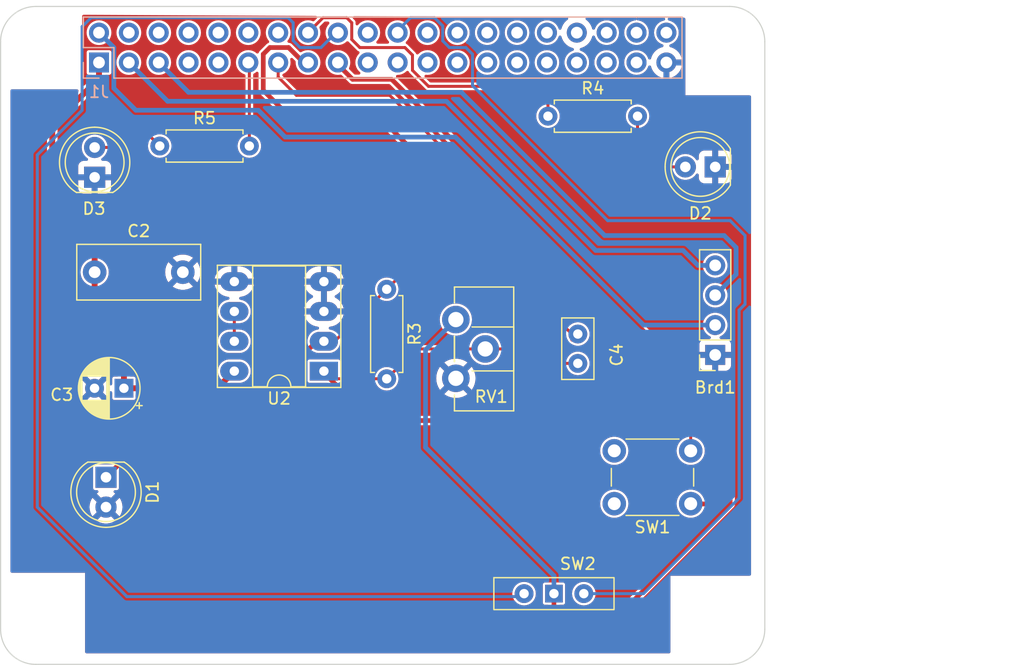
<source format=kicad_pcb>
(kicad_pcb (version 20240108) (generator "pcbnew") (generator_version "8.0")
  (title_block (date "15 nov 2012"))
  (layers (0 "F.Cu" signal) (31 "B.Cu" signal) (34 "B.Paste" user) (35 "F.Paste" user) (36 "B.SilkS" user "B.Silkscreen") (37 "F.SilkS" user "F.Silkscreen") (38 "B.Mask" user) (39 "F.Mask" user) (44 "Edge.Cuts" user))
  (net 0 "")
  (net 1 "GND")
  (net 2 "/GPIO2{slash}SDA1")
  (net 3 "/GPIO3{slash}SCL1")
  (net 4 "/GPIO4{slash}GPCLK0")
  (net 5 "/GPIO14{slash}TXD0")
  (net 6 "/GPIO15{slash}RXD0")
  (net 7 "/GPIO17")
  (net 8 "/GPIO18{slash}PCM.CLK")
  (net 9 "/GPIO22")
  (net 10 "/GPIO23")
  (net 11 "/GPIO24")
  (net 12 "/GPIO10{slash}SPI0.MOSI")
  (net 13 "/GPIO9{slash}SPI0.MISO")
  (net 14 "/GPIO25")
  (net 15 "/GPIO11{slash}SPI0.SCLK")
  (net 16 "/GPIO8{slash}SPI0.CE0")
  (net 17 "/GPIO7{slash}SPI0.CE1")
  (net 18 "/ID_SDA")
  (net 19 "/ID_SCL")
  (net 20 "/GPIO5")
  (net 21 "/GPIO6")
  (net 22 "/GPIO12{slash}PWM0")
  (net 23 "/GPIO13{slash}PWM1")
  (net 24 "/GPIO19{slash}PCM.FS")
  (net 25 "/GPIO16")
  (net 26 "/GPIO26")
  (net 27 "/GPIO20{slash}PCM.DIN")
  (net 28 "/GPIO21{slash}PCM.DOUT")
  (net 29 "+5V")
  (net 30 "Net-(D1-K)")
  (net 31 "Net-(D2-A)")
  (net 32 "Net-(U2B--)")
  (net 33 "Net-(D3-A)")
  (net 34 "+3.3V")
  (net 42 "/GPIO27")
  (net 44 "+3V3")
  (footprint "MountingHole:MountingHole_2.7mm_M2.5" (layer "F.Cu") (at 161.5 47.5)
    (property "Reference" "MH2" (hide yes))
    (property "Value" "MountingHole_2.7mm_M2.5" (hide yes))
    (pad "" np_thru_hole circle (at 0 0) (size 2.7 2.7) (drill 2.7) (layers "*.Cu" "*.Mask"))
  )
  (footprint "LED_THT:LED_D5.0mm_IRGrey" (layer "F.Cu") (at 108.966 84.074 -90)
    (property "Reference" "D1" (at 1.27 -3.96 90) (layer "F.SilkS"))
    (property "Value" "~" (hide yes))
    (fp_line (start -1.29 -1.545) (end -1.29 1.545) (stroke (width 0.12)) (layer "F.SilkS"))
    (fp_arc (start 4.26 0.000048) (mid 2.071756 2.880501) (end -1.29 1.54483) (stroke (width 0.12)) (layer "F.SilkS"))
    (fp_arc (start -1.29 -1.54483) (mid 2.071756 -2.880501) (end 4.26 -0.000048) (stroke (width 0.12)) (layer "F.SilkS"))
    (fp_circle (center 1.27 0) (end 3.77 0) (stroke (width 0.12)) (fill none) (layer "F.SilkS"))
    (pad "1" thru_hole rect (at 0 0 270) (size 1.8 1.8) (drill 0.9) (layers "*.Cu" "*.Mask") (net 30 "Net-(D1-K)"))
    (pad "2" thru_hole circle (at 2.54 0 270) (size 1.8 1.8) (drill 0.9) (layers "*.Cu" "*.Mask") (net 1 "GND"))
  )
  (footprint "Resistor_THT:R_Axial_DIN0207_L6.3mm_D2.5mm_P7.62mm_Horizontal" (layer "F.Cu") (at 113.538 55.88)
    (property "Reference" "R5" (at 3.81 -2.37 0) (layer "F.SilkS"))
    (property "Value" "100")
    (fp_line (start 0.54 -1.37) (end 7.08 -1.37) (stroke (width 0.12)) (layer "F.SilkS"))
    (fp_line (start 0.54 -1.04) (end 0.54 -1.37) (stroke (width 0.12)) (layer "F.SilkS"))
    (fp_line (start 0.54 1.04) (end 0.54 1.37) (stroke (width 0.12)) (layer "F.SilkS"))
    (fp_line (start 0.54 1.37) (end 7.08 1.37) (stroke (width 0.12)) (layer "F.SilkS"))
    (fp_line (start 7.08 -1.37) (end 7.08 -1.04) (stroke (width 0.12)) (layer "F.SilkS"))
    (fp_line (start 7.08 1.37) (end 7.08 1.04) (stroke (width 0.12)) (layer "F.SilkS"))
    (pad "1" thru_hole circle (at 0 0) (size 1.6 1.6) (drill 0.8) (layers "*.Cu" "*.Mask") (net 33 "Net-(D3-A)"))
    (pad "2" thru_hole oval (at 7.62 0) (size 1.6 1.6) (drill 0.8) (layers "*.Cu" "*.Mask") (net 7 "/GPIO17"))
  )
  (footprint "LED_THT:LED_D5.0mm" (layer "F.Cu") (at 160.782 57.658 180)
    (property "Reference" "D2" (at 1.27 -3.96 0) (layer "F.SilkS"))
    (property "Value" "LED")
    (fp_line (start -1.29 -1.545) (end -1.29 1.545) (stroke (width 0.12)) (layer "F.SilkS"))
    (fp_arc (start 4.26 0.000048) (mid 2.071756 2.880501) (end -1.29 1.54483) (stroke (width 0.12)) (layer "F.SilkS"))
    (fp_arc (start -1.29 -1.54483) (mid 2.071756 -2.880501) (end 4.26 -0.000048) (stroke (width 0.12)) (layer "F.SilkS"))
    (fp_circle (center 1.27 0) (end 3.77 0) (stroke (width 0.12)) (fill none) (layer "F.SilkS"))
    (pad "1" thru_hole rect (at 0 0 180) (size 1.8 1.8) (drill 0.9) (layers "*.Cu" "*.Mask") (net 1 "GND"))
    (pad "2" thru_hole circle (at 2.54 0 180) (size 1.8 1.8) (drill 0.9) (layers "*.Cu" "*.Mask") (net 31 "Net-(D2-A)"))
  )
  (footprint "Capacitor_THT:C_Disc_D5.0mm_W2.5mm_P2.50mm" (layer "F.Cu") (at 149.098 71.882 -90)
    (property "Reference" "C4" (at 1.778 -3.302 90) (layer "F.SilkS"))
    (property "Value" "22pF")
    (fp_line (start -1.37 1.37) (end 3.87 1.37) (stroke (width 0.12)) (layer "F.SilkS"))
    (fp_line (start -1.37 -1.37) (end -1.37 1.37) (stroke (width 0.12)) (layer "F.SilkS"))
    (fp_line (start -1.37 -1.37) (end 3.87 -1.37) (stroke (width 0.12)) (layer "F.SilkS"))
    (fp_line (start 3.87 -1.37) (end 3.87 1.37) (stroke (width 0.12)) (layer "F.SilkS"))
    (pad "1" thru_hole circle (at 0 0 270) (size 1.6 1.6) (drill 0.8) (layers "*.Cu" "*.Mask") (net 30 "Net-(D1-K)"))
    (pad "2" thru_hole circle (at 2.5 0 270) (size 1.6 1.6) (drill 0.8) (layers "*.Cu" "*.Mask") (net 9 "/GPIO22"))
  )
  (footprint "MountingHole:MountingHole_2.7mm_M2.5" (layer "F.Cu") (at 103.5 96.5)
    (property "Reference" "MH3" (hide yes))
    (property "Value" "MountingHole_2.7mm_M2.5" (hide yes))
    (pad "" np_thru_hole circle (at 0 0) (size 2.7 2.7) (drill 2.7) (layers "*.Cu" "*.Mask"))
  )
  (footprint "LED_THT:LED_D5.0mm" (layer "F.Cu") (at 108 58.54 90)
    (property "Reference" "D3" (at -2.674 -0.05 180) (layer "F.SilkS"))
    (property "Value" "LED")
    (fp_line (start -1.29 -1.545) (end -1.29 1.545) (stroke (width 0.12)) (layer "F.SilkS"))
    (fp_arc (start -1.29 -1.54483) (mid 2.071756 -2.880501) (end 4.26 -0.000048) (stroke (width 0.12)) (layer "F.SilkS"))
    (fp_arc (start 4.26 0.000048) (mid 2.071756 2.880501) (end -1.29 1.54483) (stroke (width 0.12)) (layer "F.SilkS"))
    (fp_circle (center 1.27 0) (end 3.77 0) (stroke (width 0.12)) (fill none) (layer "F.SilkS"))
    (pad "1" thru_hole rect (at 0 0 90) (size 1.8 1.8) (drill 0.9) (layers "*.Cu" "*.Mask") (net 1 "GND"))
    (pad "2" thru_hole circle (at 2.54 0 90) (size 1.8 1.8) (drill 0.9) (layers "*.Cu" "*.Mask") (net 33 "Net-(D3-A)"))
  )
  (footprint "MountingHole:MountingHole_2.7mm_M2.5" (layer "F.Cu") (at 103.5 47.5)
    (property "Reference" "MH1" (hide yes))
    (property "Value" "MountingHole_2.7mm_M2.5" (hide yes))
    (pad "" np_thru_hole circle (at 0 0) (size 2.7 2.7) (drill 2.7) (layers "*.Cu" "*.Mask"))
  )
  (footprint "Capacitor_THT:C_Rect_L10.3mm_W4.5mm_P7.50mm_MKS4" (layer "F.Cu") (at 108 66.618)
    (property "Reference" "C2" (at 3.75 -3.5 0) (layer "F.SilkS"))
    (property "Value" "10uF")
    (fp_line (start -1.52 -2.37) (end -1.52 2.37) (stroke (width 0.12)) (layer "F.SilkS"))
    (fp_line (start -1.52 -2.37) (end 9.02 -2.37) (stroke (width 0.12)) (layer "F.SilkS"))
    (fp_line (start -1.52 2.37) (end 9.02 2.37) (stroke (width 0.12)) (layer "F.SilkS"))
    (fp_line (start 9.02 -2.37) (end 9.02 2.37) (stroke (width 0.12)) (layer "F.SilkS"))
    (pad "1" thru_hole circle (at 0 0) (size 2 2) (drill 1) (layers "*.Cu" "*.Mask") (net 34 "+3.3V"))
    (pad "2" thru_hole circle (at 7.5 0) (size 2 2) (drill 1) (layers "*.Cu" "*.Mask") (net 1 "GND"))
  )
  (footprint "Capacitor_THT:CP_Radial_D5.0mm_P2.50mm" (layer "F.Cu") (at 110.49 76.5 180)
    (property "Reference" "C3" (at 5.284 -0.554 0) (layer "F.SilkS"))
    (property "Value" "100nF")
    (fp_line (start 3.851 -0.284) (end 3.851 0.284) (stroke (width 0.12)) (layer "F.SilkS"))
    (fp_line (start 3.811 -0.518) (end 3.811 0.518) (stroke (width 0.12)) (layer "F.SilkS"))
    (fp_line (start 3.771 -0.677) (end 3.771 0.677) (stroke (width 0.12)) (layer "F.SilkS"))
    (fp_line (start 3.731 -0.805) (end 3.731 0.805) (stroke (width 0.12)) (layer "F.SilkS"))
    (fp_line (start 3.691 -0.915) (end 3.691 0.915) (stroke (width 0.12)) (layer "F.SilkS"))
    (fp_line (start 3.651 -1.011) (end 3.651 1.011) (stroke (width 0.12)) (layer "F.SilkS"))
    (fp_line (start 3.611 -1.098) (end 3.611 1.098) (stroke (width 0.12)) (layer "F.SilkS"))
    (fp_line (start 3.571 -1.178) (end 3.571 1.178) (stroke (width 0.12)) (layer "F.SilkS"))
    (fp_line (start 3.531 1.04) (end 3.531 1.251) (stroke (width 0.12)) (layer "F.SilkS"))
    (fp_line (start 3.531 -1.251) (end 3.531 -1.04) (stroke (width 0.12)) (layer "F.SilkS"))
    (fp_line (start 3.491 1.04) (end 3.491 1.319) (stroke (width 0.12)) (layer "F.SilkS"))
    (fp_line (start 3.491 -1.319) (end 3.491 -1.04) (stroke (width 0.12)) (layer "F.SilkS"))
    (fp_line (start 3.451 1.04) (end 3.451 1.383) (stroke (width 0.12)) (layer "F.SilkS"))
    (fp_line (start 3.451 -1.383) (end 3.451 -1.04) (stroke (width 0.12)) (layer "F.SilkS"))
    (fp_line (start 3.411 1.04) (end 3.411 1.443) (stroke (width 0.12)) (layer "F.SilkS"))
    (fp_line (start 3.411 -1.443) (end 3.411 -1.04) (stroke (width 0.12)) (layer "F.SilkS"))
    (fp_line (start 3.371 1.04) (end 3.371 1.5) (stroke (width 0.12)) (layer "F.SilkS"))
    (fp_line (start 3.371 -1.5) (end 3.371 -1.04) (stroke (width 0.12)) (layer "F.SilkS"))
    (fp_line (start 3.331 1.04) (end 3.331 1.554) (stroke (width 0.12)) (layer "F.SilkS"))
    (fp_line (start 3.331 -1.554) (end 3.331 -1.04) (stroke (width 0.12)) (layer "F.SilkS"))
    (fp_line (start 3.291 1.04) (end 3.291 1.605) (stroke (width 0.12)) (layer "F.SilkS"))
    (fp_line (start 3.291 -1.605) (end 3.291 -1.04) (stroke (width 0.12)) (layer "F.SilkS"))
    (fp_line (start 3.251 1.04) (end 3.251 1.653) (stroke (width 0.12)) (layer "F.SilkS"))
    (fp_line (start 3.251 -1.653) (end 3.251 -1.04) (stroke (width 0.12)) (layer "F.SilkS"))
    (fp_line (start 3.211 1.04) (end 3.211 1.699) (stroke (width 0.12)) (layer "F.SilkS"))
    (fp_line (start 3.211 -1.699) (end 3.211 -1.04) (stroke (width 0.12)) (layer "F.SilkS"))
    (fp_line (start 3.171 1.04) (end 3.171 1.743) (stroke (width 0.12)) (layer "F.SilkS"))
    (fp_line (start 3.171 -1.743) (end 3.171 -1.04) (stroke (width 0.12)) (layer "F.SilkS"))
    (fp_line (start 3.131 1.04) (end 3.131 1.785) (stroke (width 0.12)) (layer "F.SilkS"))
    (fp_line (start 3.131 -1.785) (end 3.131 -1.04) (stroke (width 0.12)) (layer "F.SilkS"))
    (fp_line (start 3.091 1.04) (end 3.091 1.826) (stroke (width 0.12)) (layer "F.SilkS"))
    (fp_line (start 3.091 -1.826) (end 3.091 -1.04) (stroke (width 0.12)) (layer "F.SilkS"))
    (fp_line (start 3.051 1.04) (end 3.051 1.864) (stroke (width 0.12)) (layer "F.SilkS"))
    (fp_line (start 3.051 -1.864) (end 3.051 -1.04) (stroke (width 0.12)) (layer "F.SilkS"))
    (fp_line (start 3.011 1.04) (end 3.011 1.901) (stroke (width 0.12)) (layer "F.SilkS"))
    (fp_line (start 3.011 -1.901) (end 3.011 -1.04) (stroke (width 0.12)) (layer "F.SilkS"))
    (fp_line (start 2.971 1.04) (end 2.971 1.937) (stroke (width 0.12)) (layer "F.SilkS"))
    (fp_line (start 2.971 -1.937) (end 2.971 -1.04) (stroke (width 0.12)) (layer "F.SilkS"))
    (fp_line (start 2.931 1.04) (end 2.931 1.971) (stroke (width 0.12)) (layer "F.SilkS"))
    (fp_line (start 2.931 -1.971) (end 2.931 -1.04) (stroke (width 0.12)) (layer "F.SilkS"))
    (fp_line (start 2.891 1.04) (end 2.891 2.004) (stroke (width 0.12)) (layer "F.SilkS"))
    (fp_line (start 2.891 -2.004) (end 2.891 -1.04) (stroke (width 0.12)) (layer "F.SilkS"))
    (fp_line (start 2.851 1.04) (end 2.851 2.035) (stroke (width 0.12)) (layer "F.SilkS"))
    (fp_line (start 2.851 -2.035) (end 2.851 -1.04) (stroke (width 0.12)) (layer "F.SilkS"))
    (fp_line (start 2.811 1.04) (end 2.811 2.065) (stroke (width 0.12)) (layer "F.SilkS"))
    (fp_line (start 2.811 -2.065) (end 2.811 -1.04) (stroke (width 0.12)) (layer "F.SilkS"))
    (fp_line (start 2.771 1.04) (end 2.771 2.095) (stroke (width 0.12)) (layer "F.SilkS"))
    (fp_line (start 2.771 -2.095) (end 2.771 -1.04) (stroke (width 0.12)) (layer "F.SilkS"))
    (fp_line (start 2.731 1.04) (end 2.731 2.122) (stroke (width 0.12)) (layer "F.SilkS"))
    (fp_line (start 2.731 -2.122) (end 2.731 -1.04) (stroke (width 0.12)) (layer "F.SilkS"))
    (fp_line (start 2.691 1.04) (end 2.691 2.149) (stroke (width 0.12)) (layer "F.SilkS"))
    (fp_line (start 2.691 -2.149) (end 2.691 -1.04) (stroke (width 0.12)) (layer "F.SilkS"))
    (fp_line (start 2.651 1.04) (end 2.651 2.175) (stroke (width 0.12)) (layer "F.SilkS"))
    (fp_line (start 2.651 -2.175) (end 2.651 -1.04) (stroke (width 0.12)) (layer "F.SilkS"))
    (fp_line (start 2.611 1.04) (end 2.611 2.2) (stroke (width 0.12)) (layer "F.SilkS"))
    (fp_line (start 2.611 -2.2) (end 2.611 -1.04) (stroke (width 0.12)) (layer "F.SilkS"))
    (fp_line (start 2.571 1.04) (end 2.571 2.224) (stroke (width 0.12)) (layer "F.SilkS"))
    (fp_line (start 2.571 -2.224) (end 2.571 -1.04) (stroke (width 0.12)) (layer "F.SilkS"))
    (fp_line (start 2.531 1.04) (end 2.531 2.247) (stroke (width 0.12)) (layer "F.SilkS"))
    (fp_line (start 2.531 -2.247) (end 2.531 -1.04) (stroke (width 0.12)) (layer "F.SilkS"))
    (fp_line (start 2.491 1.04) (end 2.491 2.268) (stroke (width 0.12)) (layer "F.SilkS"))
    (fp_line (start 2.491 -2.268) (end 2.491 -1.04) (stroke (width 0.12)) (layer "F.SilkS"))
    (fp_line (start 2.451 1.04) (end 2.451 2.29) (stroke (width 0.12)) (layer "F.SilkS"))
    (fp_line (start 2.451 -2.29) (end 2.451 -1.04) (stroke (width 0.12)) (layer "F.SilkS"))
    (fp_line (start 2.411 1.04) (end 2.411 2.31) (stroke (width 0.12)) (layer "F.SilkS"))
    (fp_line (start 2.411 -2.31) (end 2.411 -1.04) (stroke (width 0.12)) (layer "F.SilkS"))
    (fp_line (start 2.371 1.04) (end 2.371 2.329) (stroke (width 0.12)) (layer "F.SilkS"))
    (fp_line (start 2.371 -2.329) (end 2.371 -1.04) (stroke (width 0.12)) (layer "F.SilkS"))
    (fp_line (start 2.331 1.04) (end 2.331 2.348) (stroke (width 0.12)) (layer "F.SilkS"))
    (fp_line (start 2.331 -2.348) (end 2.331 -1.04) (stroke (width 0.12)) (layer "F.SilkS"))
    (fp_line (start 2.291 1.04) (end 2.291 2.365) (stroke (width 0.12)) (layer "F.SilkS"))
    (fp_line (start 2.291 -2.365) (end 2.291 -1.04) (stroke (width 0.12)) (layer "F.SilkS"))
    (fp_line (start 2.251 1.04) (end 2.251 2.382) (stroke (width 0.12)) (layer "F.SilkS"))
    (fp_line (start 2.251 -2.382) (end 2.251 -1.04) (stroke (width 0.12)) (layer "F.SilkS"))
    (fp_line (start 2.211 1.04) (end 2.211 2.398) (stroke (width 0.12)) (layer "F.SilkS"))
    (fp_line (start 2.211 -2.398) (end 2.211 -1.04) (stroke (width 0.12)) (layer "F.SilkS"))
    (fp_line (start 2.171 1.04) (end 2.171 2.414) (stroke (width 0.12)) (layer "F.SilkS"))
    (fp_line (start 2.171 -2.414) (end 2.171 -1.04) (stroke (width 0.12)) (layer "F.SilkS"))
    (fp_line (start 2.131 1.04) (end 2.131 2.428) (stroke (width 0.12)) (layer "F.SilkS"))
    (fp_line (start 2.131 -2.428) (end 2.131 -1.04) (stroke (width 0.12)) (layer "F.SilkS"))
    (fp_line (start 2.091 1.04) (end 2.091 2.442) (stroke (width 0.12)) (layer "F.SilkS"))
    (fp_line (start 2.091 -2.442) (end 2.091 -1.04) (stroke (width 0.12)) (layer "F.SilkS"))
    (fp_line (start 2.051 1.04) (end 2.051 2.455) (stroke (width 0.12)) (layer "F.SilkS"))
    (fp_line (start 2.051 -2.455) (end 2.051 -1.04) (stroke (width 0.12)) (layer "F.SilkS"))
    (fp_line (start 2.011 1.04) (end 2.011 2.468) (stroke (width 0.12)) (layer "F.SilkS"))
    (fp_line (start 2.011 -2.468) (end 2.011 -1.04) (stroke (width 0.12)) (layer "F.SilkS"))
    (fp_line (start 1.971 1.04) (end 1.971 2.48) (stroke (width 0.12)) (layer "F.SilkS"))
    (fp_line (start 1.971 -2.48) (end 1.971 -1.04) (stroke (width 0.12)) (layer "F.SilkS"))
    (fp_line (start 1.93 1.04) (end 1.93 2.491) (stroke (width 0.12)) (layer "F.SilkS"))
    (fp_line (start 1.93 -2.491) (end 1.93 -1.04) (stroke (width 0.12)) (layer "F.SilkS"))
    (fp_line (start 1.89 1.04) (end 1.89 2.501) (stroke (width 0.12)) (layer "F.SilkS"))
    (fp_line (start 1.89 -2.501) (end 1.89 -1.04) (stroke (width 0.12)) (layer "F.SilkS"))
    (fp_line (start 1.85 1.04) (end 1.85 2.511) (stroke (width 0.12)) (layer "F.SilkS"))
    (fp_line (start 1.85 -2.511) (end 1.85 -1.04) (stroke (width 0.12)) (layer "F.SilkS"))
    (fp_line (start 1.81 1.04) (end 1.81 2.52) (stroke (width 0.12)) (layer "F.SilkS"))
    (fp_line (start 1.81 -2.52) (end 1.81 -1.04) (stroke (width 0.12)) (layer "F.SilkS"))
    (fp_line (start 1.77 1.04) (end 1.77 2.528) (stroke (width 0.12)) (layer "F.SilkS"))
    (fp_line (start 1.77 -2.528) (end 1.77 -1.04) (stroke (width 0.12)) (layer "F.SilkS"))
    (fp_line (start 1.73 1.04) (end 1.73 2.536) (stroke (width 0.12)) (layer "F.SilkS"))
    (fp_line (start 1.73 -2.536) (end 1.73 -1.04) (stroke (width 0.12)) (layer "F.SilkS"))
    (fp_line (start 1.69 1.04) (end 1.69 2.543) (stroke (width 0.12)) (layer "F.SilkS"))
    (fp_line (start 1.69 -2.543) (end 1.69 -1.04) (stroke (width 0.12)) (layer "F.SilkS"))
    (fp_line (start 1.65 1.04) (end 1.65 2.55) (stroke (width 0.12)) (layer "F.SilkS"))
    (fp_line (start 1.65 -2.55) (end 1.65 -1.04) (stroke (width 0.12)) (layer "F.SilkS"))
    (fp_line (start 1.61 1.04) (end 1.61 2.556) (stroke (width 0.12)) (layer "F.SilkS"))
    (fp_line (start 1.61 -2.556) (end 1.61 -1.04) (stroke (width 0.12)) (layer "F.SilkS"))
    (fp_line (start 1.57 1.04) (end 1.57 2.561) (stroke (width 0.12)) (layer "F.SilkS"))
    (fp_line (start 1.57 -2.561) (end 1.57 -1.04) (stroke (width 0.12)) (layer "F.SilkS"))
    (fp_line (start 1.53 1.04) (end 1.53 2.565) (stroke (width 0.12)) (layer "F.SilkS"))
    (fp_line (start 1.53 -2.565) (end 1.53 -1.04) (stroke (width 0.12)) (layer "F.SilkS"))
    (fp_line (start 1.49 1.04) (end 1.49 2.569) (stroke (width 0.12)) (layer "F.SilkS"))
    (fp_line (start 1.49 -2.569) (end 1.49 -1.04) (stroke (width 0.12)) (layer "F.SilkS"))
    (fp_line (start 1.45 -2.573) (end 1.45 2.573) (stroke (width 0.12)) (layer "F.SilkS"))
    (fp_line (start 1.41 -2.576) (end 1.41 2.576) (stroke (width 0.12)) (layer "F.SilkS"))
    (fp_line (start 1.37 -2.578) (end 1.37 2.578) (stroke (width 0.12)) (layer "F.SilkS"))
    (fp_line (start 1.33 -2.579) (end 1.33 2.579) (stroke (width 0.12)) (layer "F.SilkS"))
    (fp_line (start 1.29 -2.58) (end 1.29 2.58) (stroke (width 0.12)) (layer "F.SilkS"))
    (fp_line (start 1.25 -2.58) (end 1.25 2.58) (stroke (width 0.12)) (layer "F.SilkS"))
    (fp_line (start -1.304775 -1.725) (end -1.304775 -1.225) (stroke (width 0.12)) (layer "F.SilkS"))
    (fp_line (start -1.554775 -1.475) (end -1.054775 -1.475) (stroke (width 0.12)) (layer "F.SilkS"))
    (fp_circle (center 1.25 0) (end 3.87 0) (stroke (width 0.12)) (fill none) (layer "F.SilkS"))
    (pad "1" thru_hole rect (at 0 0 180) (size 1.6 1.6) (drill 0.8) (layers "*.Cu" "*.Mask") (net 34 "+3.3V"))
    (pad "2" thru_hole circle (at 2.5 0 180) (size 1.6 1.6) (drill 0.8) (layers "*.Cu" "*.Mask") (net 1 "GND"))
  )
  (footprint "Package_DIP:DIP-8_W7.62mm_Socket_LongPads" (layer "F.Cu") (at 127.5 75.04 180)
    (property "Reference" "U2" (at 3.81 -2.33 0) (layer "F.SilkS"))
    (property "Value" "~" (hide yes))
    (fp_line (start 9.06 9.01) (end 9.06 -1.39) (stroke (width 0.12)) (layer "F.SilkS"))
    (fp_line (start 9.06 -1.39) (end -1.44 -1.39) (stroke (width 0.12)) (layer "F.SilkS"))
    (fp_line (start 6.06 8.95) (end 6.06 -1.33) (stroke (width 0.12)) (layer "F.SilkS"))
    (fp_line (start 6.06 -1.33) (end 4.81 -1.33) (stroke (width 0.12)) (layer "F.SilkS"))
    (fp_line (start 2.81 -1.33) (end 1.56 -1.33) (stroke (width 0.12)) (layer "F.SilkS"))
    (fp_line (start 1.56 8.95) (end 6.06 8.95) (stroke (width 0.12)) (layer "F.SilkS"))
    (fp_line (start 1.56 -1.33) (end 1.56 8.95) (stroke (width 0.12)) (layer "F.SilkS"))
    (fp_line (start -1.44 9.01) (end 9.06 9.01) (stroke (width 0.12)) (layer "F.SilkS"))
    (fp_line (start -1.44 -1.39) (end -1.44 9.01) (stroke (width 0.12)) (layer "F.SilkS"))
    (fp_arc (start 4.81 -1.33) (mid 3.81 -0.33) (end 2.81 -1.33) (stroke (width 0.12)) (layer "F.SilkS"))
    (pad "1" thru_hole rect (at 0 0 180) (size 2.4 1.6) (drill 0.8) (layers "*.Cu" "*.Mask") (net 9 "/GPIO22"))
    (pad "2" thru_hole oval (at 0 2.54 180) (size 2.4 1.6) (drill 0.8) (layers "*.Cu" "*.Mask") (net 30 "Net-(D1-K)"))
    (pad "3" thru_hole oval (at 0 5.08 180) (size 2.4 1.6) (drill 0.8) (layers "*.Cu" "*.Mask") (net 1 "GND"))
    (pad "4" thru_hole oval (at 0 7.62 180) (size 2.4 1.6) (drill 0.8) (layers "*.Cu" "*.Mask") (net 1 "GND"))
    (pad "5" thru_hole oval (at 7.62 7.62 180) (size 2.4 1.6) (drill 0.8) (layers "*.Cu" "*.Mask") (net 1 "GND"))
    (pad "6" thru_hole oval (at 7.62 5.08 180) (size 2.4 1.6) (drill 0.8) (layers "*.Cu" "*.Mask") (net 32 "Net-(U2B--)"))
    (pad "7" thru_hole oval (at 7.62 2.54 180) (size 2.4 1.6) (drill 0.8) (layers "*.Cu" "*.Mask") (net 32 "Net-(U2B--)"))
    (pad "8" thru_hole oval (at 7.62 0 180) (size 2.4 1.6) (drill 0.8) (layers "*.Cu" "*.Mask") (net 34 "+3.3V"))
  )
  (footprint "MountingHole:MountingHole_2.7mm_M2.5" (layer "F.Cu") (at 161.5 96.5)
    (property "Reference" "MH4" (hide yes))
    (property "Value" "MountingHole_2.7mm_M2.5" (hide yes))
    (pad "" np_thru_hole circle (at 0 0) (size 2.7 2.7) (drill 2.7) (layers "*.Cu" "*.Mask"))
  )
  (footprint "Resistor_THT:R_Axial_DIN0207_L6.3mm_D2.5mm_P7.62mm_Horizontal" (layer "F.Cu") (at 132.842 68.072 -90)
    (property "Reference" "R3" (at 3.81 -2.37 -90) (layer "F.SilkS"))
    (property "Value" "500k")
    (fp_line (start 0.54 1.37) (end 7.08 1.37) (stroke (width 0.12)) (layer "F.SilkS"))
    (fp_line (start 7.08 1.37) (end 7.08 1.04) (stroke (width 0.12)) (layer "F.SilkS"))
    (fp_line (start 0.54 1.04) (end 0.54 1.37) (stroke (width 0.12)) (layer "F.SilkS"))
    (fp_line (start 0.54 -1.04) (end 0.54 -1.37) (stroke (width 0.12)) (layer "F.SilkS"))
    (fp_line (start 0.54 -1.37) (end 7.08 -1.37) (stroke (width 0.12)) (layer "F.SilkS"))
    (fp_line (start 7.08 -1.37) (end 7.08 -1.04) (stroke (width 0.12)) (layer "F.SilkS"))
    (pad "1" thru_hole circle (at 0 0 270) (size 1.6 1.6) (drill 0.8) (layers "*.Cu" "*.Mask") (net 30 "Net-(D1-K)"))
    (pad "2" thru_hole oval (at 7.62 0 270) (size 1.6 1.6) (drill 0.8) (layers "*.Cu" "*.Mask") (net 9 "/GPIO22"))
  )
  (footprint "Potentiometer_THT:Potentiometer_Piher_PT-10-H01_Horizontal" (layer "F.Cu") (at 138.724 70.652)
    (property "Reference" "RV1" (at 3.008 6.564 0) (layer "F.SilkS"))
    (property "Value" "1meg" (hide yes))
    (fp_line (start -0.121 -2.771) (end -0.121 -1.426) (stroke (width 0.12)) (layer "F.SilkS"))
    (fp_line (start -0.121 -2.771) (end 4.92 -2.771) (stroke (width 0.12)) (layer "F.SilkS"))
    (fp_line (start -0.121 1.426) (end -0.121 3.575) (stroke (width 0.12)) (layer "F.SilkS"))
    (fp_line (start -0.121 1.426) (end -0.121 3.575) (stroke (width 0.12)) (layer "F.SilkS"))
    (fp_line (start -0.121 6.425) (end -0.121 7.77) (stroke (width 0.12)) (layer "F.SilkS"))
    (fp_line (start -0.121 7.77) (end 4.92 7.77) (stroke (width 0.12)) (layer "F.SilkS"))
    (fp_line (start 1.381 0.63) (end 4.92 0.63) (stroke (width 0.12)) (layer "F.SilkS"))
    (fp_line (start 1.381 4.37) (end 4.92 4.37) (stroke (width 0.12)) (layer "F.SilkS"))
    (fp_line (start 4.92 -2.771) (end 4.92 7.77) (stroke (width 0.12)) (layer "F.SilkS"))
    (fp_line (start 4.92 0.63) (end 4.92 4.37) (stroke (width 0.12)) (layer "F.SilkS"))
    (pad "1" thru_hole circle (at 0 0) (size 2.34 2.34) (drill 1.3) (layers "*.Cu" "*.Mask") (net 34 "+3.3V"))
    (pad "2" thru_hole circle (at 2.5 2.5) (size 2.34 2.34) (drill 1.3) (layers "*.Cu" "*.Mask") (net 9 "/GPIO22"))
    (pad "3" thru_hole circle (at 0 5) (size 2.34 2.34) (drill 1.3) (layers "*.Cu" "*.Mask") (net 1 "GND"))
  )
  (footprint "Button_Switch_THT:SW_Slide-03_Wuerth-WS-SLTV_10x2.5x6.4_P2.54mm" (layer "F.Cu") (at 147.066 93.98)
    (property "Reference" "SW2" (at 2.032 -2.54 0) (layer "F.SilkS"))
    (property "Value" "SW_Push_SPDT")
    (fp_rect (start -5.11 -1.36) (end 5.11 1.36) (stroke (width 0.12)) (fill none) (layer "F.SilkS"))
    (pad "1" thru_hole circle (at -2.54 0) (size 1.6 1.6) (drill 0.8) (layers "*.Cu" "*.Mask") (net 11 "/GPIO24"))
    (pad "2" thru_hole rect (at 0 0) (size 1.5 1.5) (drill 0.8) (layers "*.Cu" "*.Mask") (net 34 "+3.3V"))
    (pad "3" thru_hole circle (at 2.54 0) (size 1.6 1.6) (drill 0.8) (layers "*.Cu" "*.Mask") (net 14 "/GPIO25"))
  )
  (footprint "Button_Switch_THT:SW_PUSH_6mm" (layer "F.Cu") (at 158.698 86.324 180)
    (property "Reference" "SW1" (at 3.25 -2 0) (layer "F.SilkS"))
    (property "Value" "SW_Push_Dual")
    (fp_line (start 6.75 3) (end 6.75 1.5) (stroke (width 0.12)) (layer "F.SilkS"))
    (fp_line (start 5.5 -1) (end 1 -1) (stroke (width 0.12)) (layer "F.SilkS"))
    (fp_line (start 1 5.5) (end 5.5 5.5) (stroke (width 0.12)) (layer "F.SilkS"))
    (fp_line (start -0.25 1.5) (end -0.25 3) (stroke (width 0.12)) (layer "F.SilkS"))
    (pad "1" thru_hole circle (at 0 0 270) (size 2 2) (drill 1.1) (layers "*.Cu" "*.Mask") (net 34 "+3.3V"))
    (pad "1" thru_hole circle (at 6.5 0 270) (size 2 2) (drill 1.1) (layers "*.Cu" "*.Mask") (net 34 "+3.3V"))
    (pad "2" thru_hole circle (at 0 4.5 270) (size 2 2) (drill 1.1) (layers "*.Cu" "*.Mask") (net 42 "/GPIO27"))
    (pad "2" thru_hole circle (at 6.5 4.5 270) (size 2 2) (drill 1.1) (layers "*.Cu" "*.Mask") (net 42 "/GPIO27"))
  )
  (footprint "Connector_PinSocket_2.54mm:PinSocket_1x04_P2.54mm_Vertical" (layer "F.Cu") (at 160.782 73.66 180)
    (property "Reference" "Brd1" (at 0 -2.77 180) (layer "F.SilkS"))
    (property "Value" "SSD1306")
    (fp_line (start 1.33 1.27) (end 1.33 8.95) (stroke (width 0.12)) (layer "F.SilkS"))
    (fp_line (start 1.33 -1.33) (end 1.33 0) (stroke (width 0.12)) (layer "F.SilkS"))
    (fp_line (start 0 -1.33) (end 1.33 -1.33) (stroke (width 0.12)) (layer "F.SilkS"))
    (fp_line (start -1.33 8.95) (end 1.33 8.95) (stroke (width 0.12)) (layer "F.SilkS"))
    (fp_line (start -1.33 1.27) (end 1.33 1.27) (stroke (width 0.12)) (layer "F.SilkS"))
    (fp_line (start -1.33 1.27) (end -1.33 8.95) (stroke (width 0.12)) (layer "F.SilkS"))
    (pad "1" thru_hole rect (at 0 0 180) (size 1.7 1.7) (drill 1) (layers "*.Cu" "*.Mask") (net 1 "GND"))
    (pad "2" thru_hole oval (at 0 2.54 180) (size 1.7 1.7) (drill 1) (layers "*.Cu" "*.Mask") (net 29 "+5V"))
    (pad "3" thru_hole oval (at 0 5.08 180) (size 1.7 1.7) (drill 1) (layers "*.Cu" "*.Mask") (net 3 "/GPIO3{slash}SCL1"))
    (pad "4" thru_hole oval (at 0 7.62 180) (size 1.7 1.7) (drill 1) (layers "*.Cu" "*.Mask") (net 2 "/GPIO2{slash}SDA1"))
  )
  (footprint "Resistor_THT:R_Axial_DIN0207_L6.3mm_D2.5mm_P7.62mm_Horizontal" (layer "F.Cu") (at 146.558 53.34)
    (property "Reference" "R4" (at 3.81 -2.37 0) (layer "F.SilkS"))
    (property "Value" "100")
    (fp_line (start 0.54 -1.37) (end 7.08 -1.37) (stroke (width 0.12)) (layer "F.SilkS"))
    (fp_line (start 0.54 -1.04) (end 0.54 -1.37) (stroke (width 0.12)) (layer "F.SilkS"))
    (fp_line (start 0.54 1.04) (end 0.54 1.37) (stroke (width 0.12)) (layer "F.SilkS"))
    (fp_line (start 0.54 1.37) (end 7.08 1.37) (stroke (width 0.12)) (layer "F.SilkS"))
    (fp_line (start 7.08 -1.37) (end 7.08 -1.04) (stroke (width 0.12)) (layer "F.SilkS"))
    (fp_line (start 7.08 1.37) (end 7.08 1.04) (stroke (width 0.12)) (layer "F.SilkS"))
    (pad "1" thru_hole circle (at 0 0) (size 1.6 1.6) (drill 0.8) (layers "*.Cu" "*.Mask") (net 10 "/GPIO23"))
    (pad "2" thru_hole oval (at 7.62 0) (size 1.6 1.6) (drill 0.8) (layers "*.Cu" "*.Mask") (net 31 "Net-(D2-A)"))
  )
  (footprint "Connector_PinSocket_2.54mm:PinSocket_2x20_P2.54mm_Vertical" (layer "B.Cu") (at 108.37 48.77 -90)
    (property "Reference" "J1" (at 2.5 0 0) (layer "B.SilkS") (effects (justify mirror)))
    (property "Value" "GPIO" (hide yes))
    (fp_line (start -1.27 1.33) (end -3.87 1.33) (stroke (width 0.12)) (layer "B.SilkS"))
    (fp_line (start 1.33 1.33) (end 0 1.33) (stroke (width 0.12)) (layer "B.SilkS"))
    (fp_line (start 1.33 0) (end 1.33 1.33) (stroke (width 0.12)) (layer "B.SilkS"))
    (fp_line (start -1.27 -1.27) (end -1.27 1.33) (stroke (width 0.12)) (layer "B.SilkS"))
    (fp_line (start 1.33 -1.27) (end -1.27 -1.27) (stroke (width 0.12)) (layer "B.SilkS"))
    (fp_line (start -3.87 -49.59) (end -3.87 1.33) (stroke (width 0.12)) (layer "B.SilkS"))
    (fp_line (start 1.33 -49.59) (end 1.33 -1.27) (stroke (width 0.12)) (layer "B.SilkS"))
    (fp_line (start 1.33 -49.59) (end -3.87 -49.59) (stroke (width 0.12)) (layer "B.SilkS"))
    (pad "1" thru_hole rect (at 0 0 270) (size 1.7 1.7) (drill 1) (layers "*.Cu" "*.Mask") (net 44 "+3V3"))
    (pad "2" thru_hole oval (at -2.54 0 270) (size 1.7 1.7) (drill 1) (layers "*.Cu" "*.Mask") (net 29 "+5V"))
    (pad "3" thru_hole oval (at 0 -2.54 270) (size 1.7 1.7) (drill 1) (layers "*.Cu" "*.Mask") (net 2 "/GPIO2{slash}SDA1"))
    (pad "4" thru_hole oval (at -2.54 -2.54 270) (size 1.7 1.7) (drill 1) (layers "*.Cu" "*.Mask"))
    (pad "5" thru_hole oval (at 0 -5.08 270) (size 1.7 1.7) (drill 1) (layers "*.Cu" "*.Mask") (net 3 "/GPIO3{slash}SCL1"))
    (pad "6" thru_hole oval (at -2.54 -5.08 270) (size 1.7 1.7) (drill 1) (layers "*.Cu" "*.Mask"))
    (pad "7" thru_hole oval (at 0 -7.62 270) (size 1.7 1.7) (drill 1) (layers "*.Cu" "*.Mask") (net 4 "/GPIO4{slash}GPCLK0"))
    (pad "8" thru_hole oval (at -2.54 -7.62 270) (size 1.7 1.7) (drill 1) (layers "*.Cu" "*.Mask") (net 5 "/GPIO14{slash}TXD0"))
    (pad "9" thru_hole oval (at 0 -10.16 270) (size 1.7 1.7) (drill 1) (layers "*.Cu" "*.Mask"))
    (pad "10" thru_hole oval (at -2.54 -10.16 270) (size 1.7 1.7) (drill 1) (layers "*.Cu" "*.Mask") (net 6 "/GPIO15{slash}RXD0"))
    (pad "11" thru_hole oval (at 0 -12.7 270) (size 1.7 1.7) (drill 1) (layers "*.Cu" "*.Mask") (net 7 "/GPIO17"))
    (pad "12" thru_hole oval (at -2.54 -12.7 270) (size 1.7 1.7) (drill 1) (layers "*.Cu" "*.Mask") (net 8 "/GPIO18{slash}PCM.CLK"))
    (pad "13" thru_hole oval (at 0 -15.24 270) (size 1.7 1.7) (drill 1) (layers "*.Cu" "*.Mask") (net 42 "/GPIO27"))
    (pad "14" thru_hole oval (at -2.54 -15.24 270) (size 1.7 1.7) (drill 1) (layers "*.Cu" "*.Mask"))
    (pad "15" thru_hole oval (at 0 -17.78 270) (size 1.7 1.7) (drill 1) (layers "*.Cu" "*.Mask") (net 9 "/GPIO22"))
    (pad "16" thru_hole oval (at -2.54 -17.78 270) (size 1.7 1.7) (drill 1) (layers "*.Cu" "*.Mask") (net 10 "/GPIO23"))
    (pad "17" thru_hole oval (at 0 -20.32 270) (size 1.7 1.7) (drill 1) (layers "*.Cu" "*.Mask"))
    (pad "18" thru_hole oval (at -2.54 -20.32 270) (size 1.7 1.7) (drill 1) (layers "*.Cu" "*.Mask") (net 11 "/GPIO24"))
    (pad "19" thru_hole oval (at 0 -22.86 270) (size 1.7 1.7) (drill 1) (layers "*.Cu" "*.Mask") (net 12 "/GPIO10{slash}SPI0.MOSI"))
    (pad "20" thru_hole oval (at -2.54 -22.86 270) (size 1.7 1.7) (drill 1) (layers "*.Cu" "*.Mask"))
    (pad "21" thru_hole oval (at 0 -25.4 270) (size 1.7 1.7) (drill 1) (layers "*.Cu" "*.Mask") (net 13 "/GPIO9{slash}SPI0.MISO"))
    (pad "22" thru_hole oval (at -2.54 -25.4 270) (size 1.7 1.7) (drill 1) (layers "*.Cu" "*.Mask") (net 14 "/GPIO25"))
    (pad "23" thru_hole oval (at 0 -27.94 270) (size 1.7 1.7) (drill 1) (layers "*.Cu" "*.Mask") (net 15 "/GPIO11{slash}SPI0.SCLK"))
    (pad "24" thru_hole oval (at -2.54 -27.94 270) (size 1.7 1.7) (drill 1) (layers "*.Cu" "*.Mask") (net 16 "/GPIO8{slash}SPI0.CE0"))
    (pad "25" thru_hole oval (at 0 -30.48 270) (size 1.7 1.7) (drill 1) (layers "*.Cu" "*.Mask"))
    (pad "26" thru_hole oval (at -2.54 -30.48 270) (size 1.7 1.7) (drill 1) (layers "*.Cu" "*.Mask") (net 17 "/GPIO7{slash}SPI0.CE1"))
    (pad "27" thru_hole oval (at 0 -33.02 270) (size 1.7 1.7) (drill 1) (layers "*.Cu" "*.Mask") (net 18 "/ID_SDA"))
    (pad "28" thru_hole oval (at -2.54 -33.02 270) (size 1.7 1.7) (drill 1) (layers "*.Cu" "*.Mask") (net 19 "/ID_SCL"))
    (pad "29" thru_hole oval (at 0 -35.56 270) (size 1.7 1.7) (drill 1) (layers "*.Cu" "*.Mask") (net 20 "/GPIO5"))
    (pad "30" thru_hole oval (at -2.54 -35.56 270) (size 1.7 1.7) (drill 1) (layers "*.Cu" "*.Mask"))
    (pad "31" thru_hole oval (at 0 -38.1 270) (size 1.7 1.7) (drill 1) (layers "*.Cu" "*.Mask") (net 21 "/GPIO6"))
    (pad "32" thru_hole oval (at -2.54 -38.1 270) (size 1.7 1.7) (drill 1) (layers "*.Cu" "*.Mask") (net 22 "/GPIO12{slash}PWM0"))
    (pad "33" thru_hole oval (at 0 -40.64 270) (size 1.7 1.7) (drill 1) (layers "*.Cu" "*.Mask") (net 23 "/GPIO13{slash}PWM1"))
    (pad "34" thru_hole oval (at -2.54 -40.64 270) (size 1.7 1.7) (drill 1) (layers "*.Cu" "*.Mask") (net 1 "GND"))
    (pad "35" thru_hole oval (at 0 -43.18 270) (size 1.7 1.7) (drill 1) (layers "*.Cu" "*.Mask") (net 24 "/GPIO19{slash}PCM.FS"))
    (pad "36" thru_hole oval (at -2.54 -43.18 270) (size 1.7 1.7) (drill 1) (layers "*.Cu" "*.Mask") (net 25 "/GPIO16"))
    (pad "37" thru_hole oval (at 0 -45.72 270) (size 1.7 1.7) (drill 1) (layers "*.Cu" "*.Mask") (net 26 "/GPIO26"))
    (pad "38" thru_hole oval (at -2.54 -45.72 270) (size 1.7 1.7) (drill 1) (layers "*.Cu" "*.Mask") (net 27 "/GPIO20{slash}PCM.DIN"))
    (pad "39" thru_hole oval (at 0 -48.26 270) (size 1.7 1.7) (drill 1) (layers "*.Cu" "*.Mask") (net 1 "GND"))
    (pad "40" thru_hole oval (at -2.54 -48.26 270) (size 1.7 1.7) (drill 1) (layers "*.Cu" "*.Mask") (net 28 "/GPIO21{slash}PCM.DOUT"))
  )
  (gr_arc (start 162 44) (mid 164.12132 44.87868) (end 165 47) (stroke (width 0.1)) (layer "Edge.Cuts"))
  (gr_line (start 165 97) (end 165 47) (stroke (width 0.1)) (layer "Edge.Cuts"))
  (gr_arc (start 103 100) (mid 100.87868 99.12132) (end 100 97) (stroke (width 0.1)) (layer "Edge.Cuts"))
  (gr_line (start 103 100) (end 162 100) (stroke (width 0.1)) (layer "Edge.Cuts"))
  (gr_arc (start 165 97) (mid 164.12132 99.12132) (end 162 100) (stroke (width 0.1)) (layer "Edge.Cuts"))
  (gr_arc (start 100 47) (mid 100.87868 44.87868) (end 103 44) (stroke (width 0.1)) (layer "Edge.Cuts"))
  (gr_line (start 100 47) (end 100 97) (stroke (width 0.1)) (layer "Edge.Cuts"))
  (gr_line (start 162 44) (end 103 44) (stroke (width 0.1)) (layer "Edge.Cuts"))
  (segment (start 119.86 67.4) (end 119.88 67.42) (width 0.254) (layer "F.Cu") (net 1))
  (segment (start 127.54 70) (end 127.5 69.96) (width 0.254) (layer "F.Cu") (net 1))
  (segment (start 137.922 52.07) (end 150.622 64.77) (width 0.4) (layer "B.Cu") (net 2))
  (segment (start 150.622 64.77) (end 158.048 64.77) (width 0.4) (layer "B.Cu") (net 2))
  (segment (start 159.318 66.04) (end 160.782 66.04) (width 0.4) (layer "B.Cu") (net 2))
  (segment (start 114.21 52.07) (end 137.922 52.07) (width 0.4) (layer "B.Cu") (net 2))
  (segment (start 158.048 64.77) (end 159.318 66.04) (width 0.4) (layer "B.Cu") (net 2))
  (segment (start 110.91 48.77) (end 114.21 52.07) (width 0.4) (layer "B.Cu") (net 2))
  (segment (start 139.192 51.308) (end 151.384 63.5) (width 0.4) (layer "B.Cu") (net 3))
  (segment (start 160.782 68.104) (end 161.004 68.104) (width 0.4) (layer "B.Cu") (net 3))
  (segment (start 162.56 66.802) (end 160.782 68.58) (width 0.4) (layer "B.Cu") (net 3))
  (segment (start 162.56 64.516) (end 162.56 66.802) (width 0.4) (layer "B.Cu") (net 3))
  (segment (start 113.45 48.77) (end 115.988 51.308) (width 0.4) (layer "B.Cu") (net 3))
  (segment (start 115.988 51.308) (end 139.192 51.308) (width 0.4) (layer "B.Cu") (net 3))
  (segment (start 151.384 63.5) (end 161.544 63.5) (width 0.4) (layer "B.Cu") (net 3))
  (segment (start 161.544 63.5) (end 162.56 64.516) (width 0.4) (layer "B.Cu") (net 3))
  (segment (start 121.07 48.77) (end 121.158 48.858) (width 0.254) (layer "F.Cu") (net 7))
  (segment (start 121.158 48.858) (end 121.158 55.88) (width 0.254) (layer "F.Cu") (net 7))
  (segment (start 124.2 53) (end 131.8 53) (width 0.4) (layer "F.Cu") (net 9))
  (segment (start 127.5 75.176) (end 127.5 75.04) (width 0.4) (layer "F.Cu") (net 9))
  (segment (start 148.336 79.248) (end 131.572 79.248) (width 0.4) (layer "F.Cu") (net 9))
  (segment (start 151.384 71.12) (end 151.384 76.2) (width 0.4) (layer "F.Cu") (net 9))
  (segment (start 127.5 75.04) (end 128.16 75.04) (width 0.254) (layer "F.Cu") (net 9))
  (segment (start 146.01 74.382) (end 149.098 74.382) (width 0.254) (layer "F.Cu") (net 9))
  (segment (start 122.341537 48.058463) (end 122.341537 51.141537) (width 0.4) (layer "F.Cu") (net 9))
  (segment (start 128.152 75.692) (end 127.5 75.04) (width 0.254) (layer "F.Cu") (net 9))
  (segment (start 127.5 75.04) (end 127.54 75.08) (width 0.254) (layer "F.Cu") (net 9))
  (segment (start 124.498 47.498) (end 122.902 47.498) (width 0.4) (layer "F.Cu") (net 9))
  (segment (start 148.464 68.2) (end 151.384 71.12) (width 0.4) (layer "F.Cu") (net 9))
  (segment (start 131.8 53) (end 147 68.2) (width 0.4) (layer "F.Cu") (net 9))
  (segment (start 141.224 73.152) (end 144.78 73.152) (width 0.254) (layer "F.Cu") (net 9))
  (segment (start 135.382 73.152) (end 141.224 73.152) (width 0.254) (layer "F.Cu") (net 9))
  (segment (start 147 68.2) (end 148.464 68.2) (width 0.4) (layer "F.Cu") (net 9))
  (segment (start 151.384 76.2) (end 148.336 79.248) (width 0.4) (layer "F.Cu") (net 9))
  (segment (start 149.098 73.914) (end 149.098 74.382) (width 0.254) (layer "F.Cu") (net 9))
  (segment (start 126.15 48.77) (end 125.77 48.77) (width 0.4) (layer "F.Cu") (net 9))
  (segment (start 122.902 47.498) (end 122.341537 48.058463) (width 0.4) (layer "F.Cu") (net 9))
  (segment (start 122.341537 51.141537) (end 124.2 53) (width 0.4) (layer "F.Cu") (net 9))
  (segment (start 132.842 75.692) (end 135.382 73.152) (width 0.254) (layer "F.Cu") (net 9))
  (segment (start 132.842 75.692) (end 128.152 75.692) (width 0.254) (layer "F.Cu") (net 9))
  (segment (start 125.77 48.77) (end 124.498 47.498) (width 0.4) (layer "F.Cu") (net 9))
  (segment (start 144.78 73.152) (end 146.01 74.382) (width 0.254) (layer "F.Cu") (net 9))
  (segment (start 131.572 79.248) (end 127.5 75.176) (width 0.4) (layer "F.Cu") (net 9))
  (segment (start 129.438265 44.958) (end 127.422 44.958) (width 0.254) (layer "F.Cu") (net 10))
  (segment (start 135.031784 49.433784) (end 135.031784 48.138519) (width 0.254) (layer "F.Cu") (net 10))
  (segment (start 146.558 53.34) (end 146.558 52.324) (width 0.254) (layer "F.Cu") (net 10))
  (segment (start 127.422 44.958) (end 126.15 46.23) (width 0.254) (layer "F.Cu") (net 10))
  (segment (start 130.556 47.498) (end 129.867 46.809) (width 0.254) (layer "F.Cu") (net 10))
  (segment (start 129.867 45.386735) (end 129.438265 44.958) (width 0.254) (layer "F.Cu") (net 10))
  (segment (start 135.031784 48.138519) (end 134.391265 47.498) (width 0.254) (layer "F.Cu") (net 10))
  (segment (start 145.034 50.8) (end 136.398 50.8) (width 0.254) (layer "F.Cu") (net 10))
  (segment (start 134.391265 47.498) (end 130.556 47.498) (width 0.254) (layer "F.Cu") (net 10))
  (segment (start 136.398 50.8) (end 135.031784 49.433784) (width 0.254) (layer "F.Cu") (net 10))
  (segment (start 129.867 46.809) (end 129.867 45.386735) (width 0.254) (layer "F.Cu") (net 10))
  (segment (start 146.558 52.324) (end 145.034 50.8) (width 0.254) (layer "F.Cu") (net 10))
  (segment (start 106.934 52.832) (end 103.124 56.642) (width 0.254) (layer "B.Cu") (net 11))
  (segment (start 128.522 46.23) (end 127.254 47.498) (width 0.254) (layer "B.Cu") (net 11))
  (segment (start 124.885795 46.907795) (end 124.885795 45.383795) (width 0.254) (layer "B.Cu") (net 11))
  (segment (start 128.69 46.23) (end 128.522 46.23) (width 0.254) (layer "B.Cu") (net 11))
  (segment (start 124.46 44.958) (end 107.696 44.958) (width 0.254) (layer "B.Cu") (net 11))
  (segment (start 103.124 86.614) (end 110.744 94.234) (width 0.254) (layer "B.Cu") (net 11))
  (segment (start 127.254 47.498) (end 125.476 47.498) (width 0.254) (layer "B.Cu") (net 11))
  (segment (start 107.696 44.958) (end 106.934 45.72) (width 0.254) (layer "B.Cu") (net 11))
  (segment (start 124.885795 45.383795) (end 124.46 44.958) (width 0.254) (layer "B.Cu") (net 11))
  (segment (start 103.124 56.642) (end 103.124 86.614) (width 0.254) (layer "B.Cu") (net 11))
  (segment (start 106.934 45.72) (end 106.934 52.832) (width 0.254) (layer "B.Cu") (net 11))
  (segment (start 144.272 94.234) (end 144.526 93.98) (width 0.254) (layer "B.Cu") (net 11))
  (segment (start 125.476 47.498) (end 124.885795 46.907795) (width 0.254) (layer "B.Cu") (net 11))
  (segment (start 110.744 94.234) (end 144.272 94.234) (width 0.254) (layer "B.Cu") (net 11))
  (segment (start 139.573 47.498) (end 138.176 47.498) (width 0.254) (layer "B.Cu") (net 14))
  (segment (start 149.606 93.98) (end 154.686 93.98) (width 0.254) (layer "B.Cu") (net 14))
  (segment (start 162.052 62.23) (end 151.638 62.23) (width 0.254) (layer "B.Cu") (net 14))
  (segment (start 134.874 44.958) (end 133.77 46.062) (width 0.254) (layer "B.Cu") (net 14))
  (segment (start 137.606807 45.658807) (end 136.906 44.958) (width 0.254) (layer "B.Cu") (net 14))
  (segment (start 162.814 85.852) (end 162.814 69.85) (width 0.254) (layer "B.Cu") (net 14))
  (segment (start 163.322 69.342) (end 163.322 63.5) (width 0.254) (layer "B.Cu") (net 14))
  (segment (start 136.906 44.958) (end 134.874 44.958) (width 0.254) (layer "B.Cu") (net 14))
  (segment (start 140.139881 50.731881) (end 140.139881 48.064881) (width 0.254) (layer "B.Cu") (net 14))
  (segment (start 138.176 47.498) (end 137.606807 46.928807) (width 0.254) (layer "B.Cu") (net 14))
  (segment (start 133.77 46.062) (end 133.77 46.23) (width 0.254) (layer "B.Cu") (net 14))
  (segment (start 162.814 69.85) (end 163.322 69.342) (width 0.254) (layer "B.Cu") (net 14))
  (segment (start 151.638 62.23) (end 140.139881 50.731881) (width 0.254) (layer "B.Cu") (net 14))
  (segment (start 163.322 63.5) (end 162.052 62.23) (width 0.254) (layer "B.Cu") (net 14))
  (segment (start 154.686 93.98) (end 162.814 85.852) (width 0.254) (layer "B.Cu") (net 14))
  (segment (start 137.606807 46.928807) (end 137.606807 45.658807) (width 0.254) (layer "B.Cu") (net 14))
  (segment (start 140.139881 48.064881) (end 139.573 47.498) (width 0.254) (layer "B.Cu") (net 14))
  (segment (start 154.686 71.12) (end 160.782 71.12) (width 0.4) (layer "B.Cu") (net 29))
  (segment (start 111.506 52.832) (end 121.92 52.832) (width 0.4) (layer "B.Cu") (net 29))
  (segment (start 108.37 46.23) (end 109.633194 47.493194) (width 0.4) (layer "B.Cu") (net 29))
  (segment (start 124.206 55.118) (end 138.684 55.118) (width 0.4) (layer "B.Cu") (net 29))
  (segment (start 121.92 52.832) (end 124.206 55.118) (width 0.4) (layer "B.Cu") (net 29))
  (segment (start 109.633194 47.493194) (end 109.633194 50.959194) (width 0.4) (layer "B.Cu") (net 29))
  (segment (start 138.684 55.118) (end 154.686 71.12) (width 0.4) (layer "B.Cu") (net 29))
  (segment (start 109.633194 50.959194) (end 111.506 52.832) (width 0.4) (layer "B.Cu") (net 29))
  (segment (start 113.64 79.4) (end 108.966 84.074) (width 0.4) (layer "F.Cu") (net 30))
  (segment (start 149.098 71.882) (end 148.59 71.882) (width 0.254) (layer "F.Cu") (net 30))
  (segment (start 119.99 79.4) (end 113.64 79.4) (width 0.4) (layer "F.Cu") (net 30))
  (segment (start 143.764 67.056) (end 133.858 67.056) (width 0.254) (layer "F.Cu") (net 30))
  (segment (start 132.842 68.072) (end 128.414 72.5) (width 0.254) (layer "F.Cu") (net 30))
  (segment (start 126.89 72.5) (end 119.99 79.4) (width 0.4) (layer "F.Cu") (net 30))
  (segment (start 128.414 72.5) (end 127.5 72.5) (width 0.254) (layer "F.Cu") (net 30))
  (segment (start 133.858 67.056) (end 132.842 68.072) (width 0.254) (layer "F.Cu") (net 30))
  (segment (start 148.59 71.882) (end 143.764 67.056) (width 0.254) (layer "F.Cu") (net 30))
  (segment (start 148.59 72.39) (end 149.098 71.882) (width 0.254) (layer "F.Cu") (net 30))
  (segment (start 127.5 72.5) (end 126.89 72.5) (width 0.4) (layer "F.Cu") (net 30))
  (segment (start 158.242 57.658) (end 156.972 57.658) (width 0.254) (layer "F.Cu") (net 31))
  (segment (start 156.972 57.658) (end 154.178 54.864) (width 0.254) (layer "F.Cu") (net 31))
  (segment (start 154.178 54.864) (end 154.178 53.34) (width 0.254) (layer "F.Cu") (net 31))
  (segment (start 119.88 69.96) (end 119.88 72.5) (width 0.254) (layer "F.Cu") (net 32))
  (segment (start 113.538 55.88) (end 112.776 55.118) (width 0.254) (layer "F.Cu") (net 33))
  (segment (start 110.73 55.118) (end 109.848 56) (width 0.254) (layer "F.Cu") (net 33))
  (segment (start 109.848 56) (end 108 56) (width 0.254) (layer "F.Cu") (net 33))
  (segment (start 112.776 55.118) (end 110.73 55.118) (width 0.254) (layer "F.Cu") (net 33))
  (segment (start 129.94 50.2) (end 133.258 50.2) (width 0.4) (layer "F.Cu") (net 34))
  (segment (start 128.6 48.86) (end 129.94 50.2) (width 0.4) (layer "F.Cu") (net 34))
  (segment (start 104.394 60.706) (end 108 64.312) (width 0.5) (layer "F.Cu") (net 34))
  (segment (start 133.258 50.2) (end 162.052 78.994) (width 0.4) (layer "F.Cu") (net 34))
  (segment (start 108 64.312) (end 108 66.618) (width 0.5) (layer "F.Cu") (net 34))
  (segment (start 104.394 54.102) (end 104.394 60.706) (width 0.5) (layer "F.Cu") (net 34))
  (segment (start 162.052 86.354) (end 151.886 96.52) (width 0.4) (layer "F.Cu") (net 34))
  (segment (start 108 71.424) (end 110.49 73.914) (width 0.5) (layer "F.Cu") (net 34))
  (segment (start 108.37 48.77) (end 108.37 50.126) (width 0.5) (layer "F.Cu") (net 34))
  (segment (start 162.052 78.994) (end 162.052 86.354) (width 0.4) (layer "F.Cu") (net 34))
  (segment (start 147.066 95.504) (end 147.066 93.98) (width 0.4) (layer "F.Cu") (net 34))
  (segment (start 110.49 76.5) (end 118.42 76.5) (width 0.5) (layer "F.Cu") (net 34))
  (segment (start 158.722 86.348) (end 158.698 86.324) (width 0.4) (layer "F.Cu") (net 34))
  (segment (start 108 66.618) (end 108 71.424) (width 0.5) (layer "F.Cu") (net 34))
  (segment (start 162.052 84.328) (end 160.032 86.348) (width 0.4) (layer "F.Cu") (net 34))
  (segment (start 108.37 50.126) (end 104.394 54.102) (width 0.5) (layer "F.Cu") (net 34))
  (segment (start 110.49 73.914) (end 110.49 76.5) (width 0.5) (layer "F.Cu") (net 34))
  (segment (start 118.42 76.5) (end 119.88 75.04) (width 0.5) (layer "F.Cu") (net 34))
  (segment (start 151.886 96.52) (end 148.082 96.52) (width 0.4) (layer "F.Cu") (net 34))
  (segment (start 148.082 96.52) (end 147.066 95.504) (width 0.4) (layer "F.Cu") (net 34))
  (segment (start 160.032 86.348) (end 158.722 86.348) (width 0.4) (layer "F.Cu") (net 34))
  (segment (start 138.724 70.652) (end 136.144 73.232) (width 0.4) (layer "B.Cu") (net 34))
  (segment (start 136.144 81.534) (end 147.066 92.456) (width 0.4) (layer "B.Cu") (net 34))
  (segment (start 147.066 94.394) (end 146.96 94.5) (width 0.4) (layer "B.Cu") (net 34))
  (segment (start 147.066 92.456) (end 147.066 94.394) (width 0.4) (layer "B.Cu") (net 34))
  (segment (start 136.144 73.232) (end 136.144 81.534) (width 0.4) (layer "B.Cu") (net 34))
  (segment (start 158.698 81.824) (end 158.698 78.59) (width 0.254) (layer "F.Cu") (net 42))
  (segment (start 155.8 75.692) (end 155.8 74.266) (width 0.254) (layer "F.Cu") (net 42))
  (segment (start 125.162 51.562) (end 123.61 50.01) (width 0.254) (layer "F.Cu") (net 42))
  (segment (start 155.8 74.266) (end 133.096 51.562) (width 0.254) (layer "F.Cu") (net 42))
  (segment (start 158.698 78.59) (end 155.8 75.692) (width 0.254) (layer "F.Cu") (net 42))
  (segment (start 133.096 51.562) (end 125.162 51.562) (width 0.254) (layer "F.Cu") (net 42))
  (segment (start 123.61 50.01) (end 123.61 48.77) (width 0.254) (layer "F.Cu") (net 42))
  (zone (net 1) (net_name "GND") (layers "F&B.Cu") (connect_pads (clearance 0)) (min_thickness 0.25) (fill yes (thermal_gap 0.5) (thermal_bridge_width 0.5))
    (polygon (pts (xy 100.838 92.202) (xy 107.188 92.202) (xy 107.188 99.06) (xy 156.972 99.06) (xy 156.972 92.456) (xy 163.83 92.456) (xy 163.83 51.562) (xy 158.242 51.562) (xy 158.242 44.958) (xy 106.934 44.704) (xy 106.934 51.054) (xy 100.838 51.054)))
  )
)
</source>
